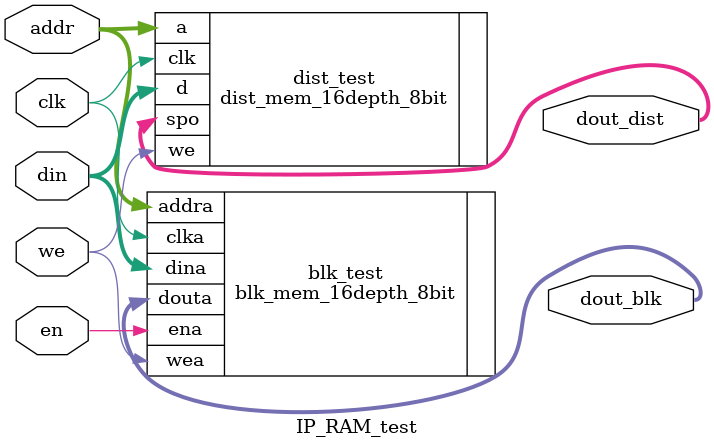
<source format=v>
`timescale 1ns / 1ps


module IP_RAM_test(
    input clk,
    input [3:0] addr, 	
    input en,	
    input we,		//Ð´Ê¹ÄÜ
    input [7:0] din,
    output [7:0] dout_dist,dout_blk
    );
    
    dist_mem_16depth_8bit dist_test (.a(addr), .d(din), .clk(clk), .we(we), .spo(dout_dist));
    blk_mem_16depth_8bit  blk_test  (.addra(addr), .clka(clk), .dina(din), .douta(dout_blk), .ena(en), .wea(we));
    
endmodule

</source>
